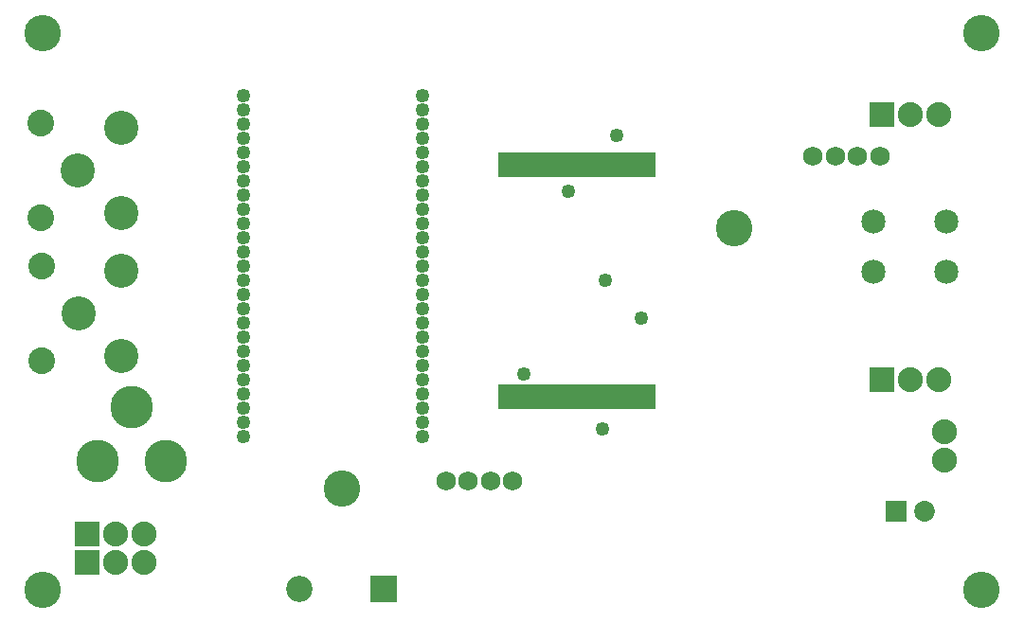
<source format=gts>
G04 MADE WITH FRITZING*
G04 WWW.FRITZING.ORG*
G04 DOUBLE SIDED*
G04 HOLES PLATED*
G04 CONTOUR ON CENTER OF CONTOUR VECTOR*
%ASAXBY*%
%FSLAX23Y23*%
%MOIN*%
%OFA0B0*%
%SFA1.0B1.0*%
%ADD10C,0.088000*%
%ADD11C,0.049370*%
%ADD12C,0.092000*%
%ADD13C,0.128110*%
%ADD14C,0.085000*%
%ADD15C,0.069055*%
%ADD16C,0.120551*%
%ADD17C,0.094000*%
%ADD18C,0.150000*%
%ADD19C,0.072992*%
%ADD20R,0.088000X0.088000*%
%ADD21R,0.019449X0.088740*%
%ADD22R,0.092000X0.092000*%
%ADD23R,0.072992X0.072992*%
%LNMASK1*%
G90*
G70*
G54D10*
X3071Y867D03*
X3171Y867D03*
X3271Y867D03*
G54D11*
X2136Y1726D03*
X2224Y1082D03*
X1968Y1530D03*
X1810Y886D03*
X2087Y692D03*
X2096Y1216D03*
G54D12*
X1317Y129D03*
X1019Y129D03*
X1317Y129D03*
X1019Y129D03*
G54D10*
X275Y324D03*
X375Y324D03*
X475Y324D03*
X275Y224D03*
X375Y224D03*
X475Y224D03*
G54D13*
X3422Y127D03*
X3422Y2088D03*
X117Y126D03*
X117Y2087D03*
G54D14*
X3298Y1246D03*
X3042Y1246D03*
X3298Y1423D03*
X3042Y1423D03*
G54D11*
X825Y1866D03*
X825Y1816D03*
X825Y1766D03*
X825Y1716D03*
X825Y1666D03*
X825Y1616D03*
X825Y1566D03*
X825Y1516D03*
X825Y1466D03*
X825Y1416D03*
X825Y1366D03*
X825Y1316D03*
X825Y1266D03*
X825Y1216D03*
X825Y1166D03*
X825Y1116D03*
X825Y1066D03*
X825Y1016D03*
X825Y966D03*
X825Y916D03*
X825Y866D03*
X825Y816D03*
X825Y766D03*
X825Y716D03*
X825Y666D03*
X825Y1866D03*
X825Y1816D03*
X825Y1766D03*
X825Y1716D03*
X825Y1666D03*
X825Y1616D03*
X825Y1566D03*
X825Y1516D03*
X825Y1466D03*
X825Y1416D03*
X825Y1366D03*
X825Y1316D03*
X825Y1266D03*
X825Y1216D03*
X825Y1166D03*
X825Y1116D03*
X825Y1066D03*
X825Y1016D03*
X825Y966D03*
X825Y916D03*
X825Y866D03*
X825Y816D03*
X825Y766D03*
X825Y716D03*
X825Y666D03*
X1455Y1866D03*
X1455Y1816D03*
X1455Y1766D03*
X1455Y1716D03*
X1455Y1666D03*
X1455Y1616D03*
X1455Y1566D03*
X1455Y1516D03*
X1455Y1466D03*
X1455Y1416D03*
X1455Y1366D03*
X1455Y1316D03*
X1455Y1266D03*
X1455Y1216D03*
X1455Y1166D03*
X1455Y1116D03*
X1455Y1066D03*
X1455Y1016D03*
X1455Y966D03*
X1455Y916D03*
X1455Y866D03*
X1455Y816D03*
X1455Y766D03*
X1455Y716D03*
X1455Y666D03*
X1455Y1866D03*
X1455Y1816D03*
X1455Y1766D03*
X1455Y1716D03*
X1455Y1666D03*
X1455Y1616D03*
X1455Y1566D03*
X1455Y1516D03*
X1455Y1466D03*
X1455Y1416D03*
X1455Y1366D03*
X1455Y1316D03*
X1455Y1266D03*
X1455Y1216D03*
X1455Y1166D03*
X1455Y1116D03*
X1455Y1066D03*
X1455Y1016D03*
X1455Y966D03*
X1455Y916D03*
X1455Y866D03*
X1455Y816D03*
X1455Y766D03*
X1455Y716D03*
X1455Y666D03*
G54D15*
X1536Y509D03*
X1615Y509D03*
X1694Y509D03*
X1772Y509D03*
X1536Y509D03*
X1615Y509D03*
X1694Y509D03*
X1772Y509D03*
X2828Y1653D03*
X2907Y1653D03*
X2985Y1653D03*
X3064Y1653D03*
X2828Y1653D03*
X2907Y1653D03*
X2985Y1653D03*
X3064Y1653D03*
G54D13*
X2549Y1400D03*
X1170Y482D03*
G54D10*
X3289Y683D03*
X3289Y583D03*
X3289Y683D03*
X3289Y583D03*
G54D16*
X243Y1100D03*
X394Y950D03*
X394Y1251D03*
G54D17*
X113Y933D03*
X113Y1267D03*
G54D16*
X243Y1100D03*
X394Y950D03*
X394Y1251D03*
G54D17*
X113Y933D03*
X113Y1267D03*
G54D16*
X243Y1100D03*
X394Y950D03*
X394Y1251D03*
G54D17*
X113Y933D03*
X113Y1267D03*
G54D16*
X242Y1603D03*
X393Y1454D03*
X393Y1754D03*
G54D17*
X112Y1436D03*
X112Y1771D03*
G54D16*
X242Y1603D03*
X393Y1454D03*
X393Y1754D03*
G54D17*
X112Y1436D03*
X112Y1771D03*
G54D16*
X242Y1603D03*
X393Y1454D03*
X393Y1754D03*
G54D17*
X112Y1436D03*
X112Y1771D03*
G54D18*
X549Y579D03*
X309Y579D03*
X429Y769D03*
X549Y579D03*
X309Y579D03*
X429Y769D03*
G54D10*
X3072Y1801D03*
X3172Y1801D03*
X3272Y1801D03*
G54D19*
X3122Y403D03*
X3221Y403D03*
G54D20*
X3071Y867D03*
G54D21*
X2263Y1623D03*
X2243Y1623D03*
X2224Y1623D03*
X2204Y1623D03*
X2184Y1623D03*
X2164Y1623D03*
X2145Y1623D03*
X2125Y1623D03*
X2105Y1623D03*
X2086Y1623D03*
X2066Y1623D03*
X2046Y1623D03*
X2027Y1623D03*
X2007Y1623D03*
X1987Y1623D03*
X1968Y1623D03*
X1948Y1623D03*
X1928Y1623D03*
X1909Y1623D03*
X1889Y1623D03*
X1869Y1623D03*
X1849Y1623D03*
X1830Y1623D03*
X1810Y1623D03*
X1790Y1623D03*
X1771Y1623D03*
X1751Y1623D03*
X1731Y1623D03*
X1731Y808D03*
X1751Y808D03*
X1771Y808D03*
X1790Y808D03*
X1810Y808D03*
X1830Y808D03*
X1849Y808D03*
X1869Y808D03*
X1889Y808D03*
X1909Y808D03*
X1928Y808D03*
X1948Y808D03*
X1968Y808D03*
X1987Y808D03*
X2007Y808D03*
X2027Y808D03*
X2046Y808D03*
X2066Y808D03*
X2086Y808D03*
X2105Y808D03*
X2125Y808D03*
X2145Y808D03*
X2164Y808D03*
X2184Y808D03*
X2204Y808D03*
X2224Y808D03*
X2243Y808D03*
X2263Y808D03*
G54D22*
X1318Y129D03*
X1318Y129D03*
G54D20*
X275Y324D03*
X275Y224D03*
X3072Y1801D03*
G54D23*
X3122Y403D03*
G04 End of Mask1*
M02*
</source>
